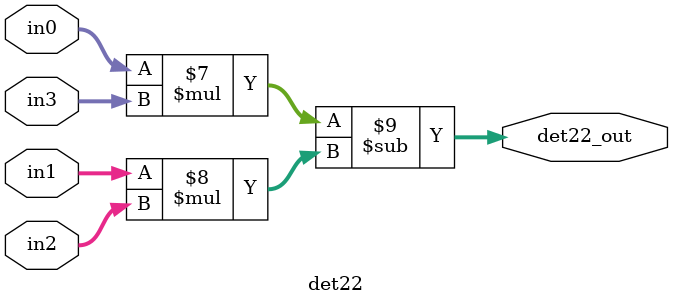
<source format=v>

`include "HAMMING_IP.v"
//synopsys translate_on

module MDC(
    // Input signals
    clk,
	rst_n,
	in_valid,
    in_data, 
	in_mode,
    // Output signals
    out_valid, 
	out_data
);

// ===============================================================
// Input & Output Declaration
// ===============================================================
input clk, rst_n, in_valid;
input [8:0] in_mode;
input [14:0] in_data;

output reg out_valid;
output reg [206:0] out_data;

// ===============================================================
// Parameter Declaration
// ===============================================================
parameter IDLE = 2'b00,
          DECODE = 2'b01,
          OUT = 2'b11;
// ===============================================================
// REG Declaration
// ===============================================================

reg [1:0] c_state, n_state;

reg signed [10:0] grid [15:0];
reg signed [10:0] grid_c [15:0];

wire [14:0] in_code_15 ;
wire [8:0] in_code_9;
reg signed [10:0] decoded_in_data;
reg [4:0] decoded_inst, mode_type;

reg signed [22:0] mul_1_in1, mul_1_in2, mul_2_in1, mul_2_in2, mul_3_in1, mul_3_in2;
reg signed [33:0] mul_1_out, mul_2_out; 
reg signed [33:0] mul_1_out_c, mul_2_out_c, mul_3_out_c;

reg signed [33:0] sub_1_in1, sub_1_in2;
reg signed [33:0] sub_1_out, sub_1_out_c;

reg signed [45:0] sub_2_in1, sub_2_in2;
reg signed [45:0] sub_2_out, sub_2_out_c;

reg signed [33:0] add_1_in1, add_1_in2;
reg signed [33:0] add_1_out, add_1_out_c;
reg signed [45:0] add_2_in1, add_2_in2;
reg signed [45:0] add_2_out, add_2_out_c;

reg signed [33:0] mul_4_in1, mul_4_in2;
reg signed [45:0] mul_4_out;
reg signed [45:0] mul_4_out_c;

reg signed [206:0] ans_out_44;
reg signed [206:0] ans_out_c_44;

reg signed [10:0] in1_reg, in2_reg, in3_reg, in0_reg;
reg signed [10:0] in1_1_reg, in2_1_reg, in3_1_reg, in0_1_reg;
reg signed [22:0] det22_reg,det22_1_reg;
reg signed [22:0] det22_temp[5:0];
reg signed [22:0] det22_temp_c[5:0];

reg [4:0] cnt ,nxt_cnt;

integer i;
// ===============================================================
// Design
// ===============================================================
HAMMING_IP #(.IP_BIT(11)) I_HAMMING_IP_15(.IN_code(in_code_15), .OUT_code(decoded_in_data)); // 9 bit signed output 
HAMMING_IP #(.IP_BIT(5)) I_HAMMING_IP_9(.IN_code(in_code_9), .OUT_code(decoded_inst));  // 5 bit instruction
assign in_code_15 = in_data;
assign in_code_9 = in_mode;

always @(posedge clk or negedge rst_n) begin
    if (!rst_n) begin
        mode_type <= 0;
    end else if (cnt == 0 && in_valid) begin
        mode_type <= decoded_inst;
    end 
end

always @(posedge clk or negedge rst_n) begin
    if (!rst_n) begin
        c_state <= IDLE;
    end else begin
        c_state <= n_state;
    end
end

always @(*) begin
    case (c_state)
        IDLE: begin
            if (in_valid) begin
                n_state = DECODE;
            end else n_state = IDLE;
        end 
        DECODE: begin
            if (cnt == 16) begin
                n_state = OUT;
            end else n_state = DECODE;
        end
        OUT : begin
            n_state = IDLE;
        end
        default: n_state = c_state;
    endcase
end

always @(posedge clk or negedge rst_n) begin
    if (!rst_n) begin
        cnt <= 0;
    end else cnt <= nxt_cnt; 
end

always @(*) begin
    if (cnt == 16) begin
        nxt_cnt = 0;
    end else if (n_state == DECODE) begin
        nxt_cnt = cnt + 1;
    end else begin
        nxt_cnt = cnt;
    end
end

always @(posedge clk ) begin
    for (i = 0 ; i < 16 ; i = i+1) begin
        grid[i] <= grid_c[i];
    end
end

always @(*) begin
    for (i = 0 ; i < 16 ; i=i+1 ) begin
        grid_c[i] = grid[i];
    end

    if (c_state == IDLE || c_state == DECODE) begin
        for (i = 0 ; i < 16 ; i = i+1) begin
            grid_c[cnt] = decoded_in_data;
        end
    end 
end

always @(posedge clk) begin
    ans_out_44 <= ans_out_c_44;
end

det22 d1(.in0(in0_reg), .in1(in1_reg), .in2(in2_reg), .in3(in3_reg), .det22_out(det22_reg));
det22 d2(.in0(in0_1_reg), .in1(in1_1_reg), .in2(in2_1_reg), .in3(in3_1_reg), .det22_out(det22_1_reg));


always @(posedge clk) begin
    for (i = 0 ; i < 6 ; i=i+1 ) begin
        det22_temp[i] <= det22_temp_c[i];
    end
end

always @(*) begin
    in0_reg = 0;  in1_reg= 0;
    in2_reg = 0;  in3_reg= 0;
    in0_1_reg = 0;  in1_1_reg= 0;
    in2_1_reg = 0;  in3_1_reg= 0;

    if (mode_type == 5'b00100) begin
        case (cnt)
            6 : begin
                in0_reg = grid[0];  in1_reg= grid[1];
                in2_reg = grid[4];  in3_reg= grid[5];
            end 
            7: begin
                in0_reg = grid[1];  in1_reg= grid[2];
                in2_reg = grid[5];  in3_reg= grid[6];
            end
            8: begin
                in0_reg = grid[2];  in1_reg= grid[3];
                in2_reg = grid[6];  in3_reg= grid[7];
            end

            10: begin
                in0_reg = grid[4];  in1_reg= grid[5];
                in2_reg = grid[8];  in3_reg= grid[9];
            end

            11: begin
                in0_reg = grid[5];  in1_reg= grid[6];
                in2_reg = grid[9];  in3_reg= grid[10];
            end 
            12: begin
                in0_reg = grid[6];  in1_reg= grid[7];
                in2_reg = grid[10]; in3_reg= grid[11];
            end

            14: begin
                in0_reg = grid[8];  in1_reg= grid[9];
                in2_reg = grid[12]; in3_reg= grid[13];
            end
            15: begin
                in0_reg = grid[9];  in1_reg= grid[10];
                in2_reg = grid[13]; in3_reg= grid[14];
            end
            16: begin
                in0_reg = grid[10]; in1_reg= grid[11];
                in2_reg = grid[14]; in3_reg= grid[15];
            end
        endcase     
    end
    else if (mode_type == 5'b00110)begin
        case (cnt)
            6 : begin
                in0_reg = grid[0];  in1_reg= grid[1];
                in2_reg = grid[4];  in3_reg= grid[5];
            end 
            7: begin
                in0_reg = grid[0];  in1_reg= grid[2];
                in2_reg = grid[4];  in3_reg= grid[6];
 
                in0_1_reg = grid[1];  in1_1_reg= grid[2];
                in2_1_reg = grid[5];  in3_1_reg= grid[6];
            end
            8: begin
                in0_reg = grid[2];  in1_reg= grid[3];
                in2_reg = grid[6];  in3_reg= grid[7];
                
                in0_1_reg = grid[1];  in1_1_reg= grid[3];
                in2_1_reg = grid[5];  in3_1_reg= grid[7];
            end
            12 : begin
                in0_reg = grid[4];  in1_reg= grid[5];
                in2_reg = grid[8];  in3_reg= grid[9];
            end 
            13: begin
                in0_reg = grid[4];  in1_reg= grid[6];
                in2_reg = grid[8];  in3_reg= grid[10];
                
                in0_1_reg = grid[5];  in1_1_reg= grid[6];
                in2_1_reg = grid[9];  in3_1_reg= grid[10];
            end
            14: begin
                in0_reg = grid[6];  in1_reg= grid[7];
                in2_reg = grid[10];  in3_reg= grid[11];
                
                in0_1_reg = grid[5];  in1_1_reg= grid[7];
                in2_1_reg = grid[9];  in3_1_reg= grid[11];
            end
        endcase   
    end
    else if (mode_type == 5'b10110)begin
        case (cnt)
            6 : begin
                in0_reg = grid[0];  in1_reg= grid[1];
                in2_reg = grid[4];  in3_reg= grid[5];
            end 
            7: begin
                in0_reg = grid[0];  in1_reg= grid[2];
                in2_reg = grid[4];  in3_reg= grid[6];
                
                in0_1_reg = grid[1];  in1_1_reg= grid[2];
                in2_1_reg = grid[5];  in3_1_reg= grid[6];
            end
            8: begin
                in0_reg = grid[0];  in1_reg= grid[3];
                in2_reg = grid[4];  in3_reg= grid[7];
                
                in0_1_reg = grid[1];  in1_1_reg= grid[3];
                in2_1_reg = grid[5];  in3_1_reg= grid[7];
            end

            9 : begin
                in0_1_reg = grid[2];  in1_1_reg= grid[3];
                in2_1_reg = grid[6];  in3_1_reg= grid[7];
            end 
        endcase   
    end
end

always @(*) begin
    for (i = 0 ; i < 6 ; i=i+1 ) begin
        det22_temp_c[i] = det22_temp[i];
    end

    if (mode_type == 5'b00110)begin
        case (cnt)
            6 : begin
                det22_temp_c[0] = det22_reg;
            end 
            7: begin
                det22_temp_c[1] = det22_reg;
                det22_temp_c[2] = det22_1_reg;
            end
            8: begin
                det22_temp_c[3] = det22_reg;
                det22_temp_c[4] = det22_1_reg;
            end
            12 : begin
                det22_temp_c[0] = det22_reg;
            end 
            13: begin
                det22_temp_c[1] = det22_reg;
                det22_temp_c[2] = det22_1_reg; 
            end
            14: begin
                det22_temp_c[3] = det22_reg;
                det22_temp_c[4] = det22_1_reg;
            end
        endcase   
    end
    else if (mode_type == 5'b10110)begin
        case (cnt)
            6 : begin
                det22_temp_c[0] = det22_reg;
            end 
            7: begin
                det22_temp_c[1] = det22_reg;
                det22_temp_c[2] = det22_1_reg;
            end
            8: begin
                det22_temp_c[3] = det22_reg;
                det22_temp_c[4] = det22_1_reg;
            end
            9 : begin
                det22_temp_c[5] = det22_1_reg;
            end 
        endcase   
    end
end

always @(*) begin
    ans_out_c_44 = ans_out_44;
    if (mode_type == 5'b00100) begin
        case (cnt)
            6 : begin
                ans_out_c_44[206:184] = det22_reg;
            end 
            7: begin
                ans_out_c_44[183:161] = det22_reg;
            end
            8: begin
                ans_out_c_44[160:138] = det22_reg;
            end

            10: begin
                ans_out_c_44[137:115] = det22_reg;
            end

            11: begin
                ans_out_c_44[114:92] = det22_reg;
            end 
            12: begin
                ans_out_c_44[91:69] = det22_reg;
            end

            14: begin
                ans_out_c_44[68:46] = det22_reg;
            end
            15: begin
                ans_out_c_44[45:23] = det22_reg;
            end
            16: begin
                ans_out_c_44[22:0] = det22_reg;
            end
        endcase     
    end
    else if (mode_type == 5'b00110)begin
        case (cnt)
            11: ans_out_c_44[203:153] = add_1_out_c;
            12 :ans_out_c_44[152:102]= add_1_out_c;
            15: ans_out_c_44[101:51]= add_1_out_c;
            16: ans_out_c_44[50:0]= add_1_out_c;
        endcase   
    end
    else if (mode_type == 5'b10110)begin
        case (cnt)
            16: begin
                ans_out_c_44 =add_2_out_c ; 
            end
        endcase   
    end
end


// mul
always @(*) begin
    mul_1_out_c = mul_1_in1 * mul_1_in2;
    mul_2_out_c = mul_2_in1 * mul_2_in2;
    mul_3_out_c = mul_3_in1 * mul_3_in2;
    mul_4_out_c = mul_4_in1 * mul_4_in2;

end
always @(posedge clk) begin
    mul_1_out <= mul_1_out_c;
    mul_2_out <= mul_2_out_c;
    mul_4_out <= mul_4_out_c;
end

always @(*) begin
    mul_1_in1 = 0; mul_1_in2 = 0;
    mul_2_in1 = 0; mul_2_in2 = 0;
    mul_3_in1 = 0; mul_3_in2 = 0;
    mul_4_in1 = 0; mul_4_in2 = 0;
    if (mode_type == 5'b00110)begin
        case (cnt)
            9 : begin
                mul_1_in1 = grid[8]; mul_1_in2 = det22_temp[2];
            end 
            10: begin
                mul_1_in1 = grid[9]; mul_1_in2 = det22_temp[1]; 
                mul_2_in1 = grid[9]; mul_2_in2 = det22_temp[3];
            end
            11: begin
                mul_1_in1 = grid[10]; mul_1_in2 = det22_temp[0]; 
                mul_2_in1 = grid[10]; mul_2_in2 = det22_temp[4];
            end
            12 : begin
                mul_1_in1 = grid[11]; mul_1_in2 = det22_temp[2]; 
            end 

            13 : begin
                mul_1_in1 = grid[12]; mul_1_in2 = det22_temp_c[2];
            end 
            14: begin
                mul_1_in1 = grid[13]; mul_1_in2 = det22_temp[1]; 
                mul_2_in1 = grid[13]; mul_2_in2 = det22_temp_c[3];
            end
            15: begin
                mul_1_in1 = grid[14]; mul_1_in2 = det22_temp[0]; 
                mul_2_in1 = grid[14]; mul_2_in2 = det22_temp[4];
            end
            16 : begin
                mul_1_in1 = grid[15]; mul_1_in2 = det22_temp[2]; 
            end 
        endcase   
    end
    else if (mode_type == 5'b10110) begin
        case (cnt)
            10: begin
                mul_1_in1 = grid[9]; mul_1_in2 = det22_temp[5]; 
            end
            11: begin
                mul_1_in1 = grid[8]; mul_1_in2 = det22_temp[5]; 
                mul_2_in1 = grid[10]; mul_2_in2 = det22_temp[4];
            end
            12 : begin
                mul_1_in1 = grid[8]; mul_1_in2 = det22_temp[4]; 
                mul_2_in1 = grid[10]; mul_2_in2 = det22_temp[3];
                mul_3_in1 = grid[11]; mul_3_in2 = det22_temp[2];
            end 
            13 : begin
                mul_1_in1 = grid[8]; mul_1_in2 = det22_temp[2];
                mul_2_in1 = grid[9]; mul_2_in2 = det22_temp[3];
                mul_3_in1 = grid[11]; mul_3_in2 = det22_temp[1];

                mul_4_in1 = grid[12]; mul_4_in2 = add_1_out;
            end 
            14: begin
                mul_2_in1 = grid[9]; mul_2_in2 = det22_temp[1];
                mul_3_in1 = grid[11]; mul_3_in2 = det22_temp[0];

                mul_4_in1 = grid[13]; mul_4_in2 = add_1_out;
            end
            15: begin
                mul_3_in1 = grid[10]; mul_3_in2 = det22_temp[0];

                mul_4_in1 = grid[14]; mul_4_in2 = add_1_out;
            end
            16: begin
                mul_4_in1 = grid[15]; mul_4_in2 = add_1_out;
            end
        endcase   
    end
end

//sub
always @(*) begin
    sub_1_out_c = sub_1_in1 - sub_1_in2;
    sub_2_out_c = sub_2_in1 - sub_2_in2;
end
always @(posedge clk) begin
    sub_1_out <= sub_1_out_c;
    sub_2_out <= sub_2_out_c;
end

always @(*) begin
    sub_1_in1 = mul_1_out ; sub_1_in2 = mul_2_out_c;
    sub_2_in1 = 0; sub_2_in2 = 0;
    if (mode_type == 5'b00110)begin
        case (cnt)
            10 : begin
                sub_1_in1 = mul_1_out ; sub_1_in2 = mul_1_out_c;
            end 
            11: begin
                sub_1_in1 = mul_2_out ; sub_1_in2 = mul_2_out_c;
            end

            14: begin
                sub_1_in1 = mul_1_out ; sub_1_in2 = mul_1_out_c;
            end

            15 : begin
                sub_1_in1 = mul_2_out ; sub_1_in2 = mul_2_out_c; 
            end 
        endcase   
    end
    else if (mode_type == 5'b10110)begin
        case (cnt)
            14: begin
                //sub_1_in1 = mul_1_out ; sub_1_in2 = mul_2_out_c;
                sub_2_in2 = mul_4_out ; sub_2_in1 = mul_4_out_c;
            end
            15: begin
               // sub_1_in1 = mul_1_out ; sub_1_in2 = mul_2_out_c;
                sub_2_in1 = sub_2_out ; sub_2_in2 = mul_4_out_c;
            end
        endcase   
    end
end

always @(*) begin
    add_1_out_c = add_1_in1 + add_1_in2;
    add_2_out_c = add_2_in1 + add_2_in2;
end

always @(posedge clk) begin
    add_1_out <= add_1_out_c;
    add_2_out <= add_2_out_c;
end


always @(*) begin
    add_1_in1 =  sub_1_out  ;  add_1_in2 =  mul_1_out_c; 
    add_2_in1 = 0 ; add_2_in2 = 0;
    if (mode_type == 5'b10110) begin
        case (cnt)
            12: begin
                add_1_in1 = sub_1_out ; 
                add_1_in2 = mul_3_out_c; 
            end 
            13: begin
                add_1_in1 = sub_1_out; 
                add_1_in2 = mul_3_out_c; 
            end 
            14: begin
                add_1_in1 = sub_1_out; 
                add_1_in2 = mul_3_out_c; 
            end 
            15: begin
                add_1_in1 = sub_1_out; 
                add_1_in2 = mul_3_out_c; 
            end 
            16: begin
                add_2_in1 = sub_2_out; 
                add_2_in2 = mul_4_out_c; 
            end 
        endcase       
    end 
end
// ===============================================================
// Output
// ===============================================================

always @(*) begin
    out_valid = 0;
    if (c_state == OUT) begin
        out_valid = 1;
    end else out_valid = 0;
end
always @(*) begin
    out_data = 0;
    if (c_state == OUT) begin
        if (mode_type == 5'b00100) begin
            out_data = ans_out_44;
        end
        else if (mode_type == 5'b00110) begin
            out_data = {3'b000,  ans_out_44[203:0]};
        end
        else out_data = ans_out_44;
    end else out_data = 0;
end
endmodule


module det22(in0,in1,in2,in3,det22_out);
    input signed [10:0] in0,in1,in2,in3;
    output reg signed [22:0] det22_out;

    always @(*) begin
        det22_out = in0*in3 - in1*in2;
    end
endmodule

</source>
